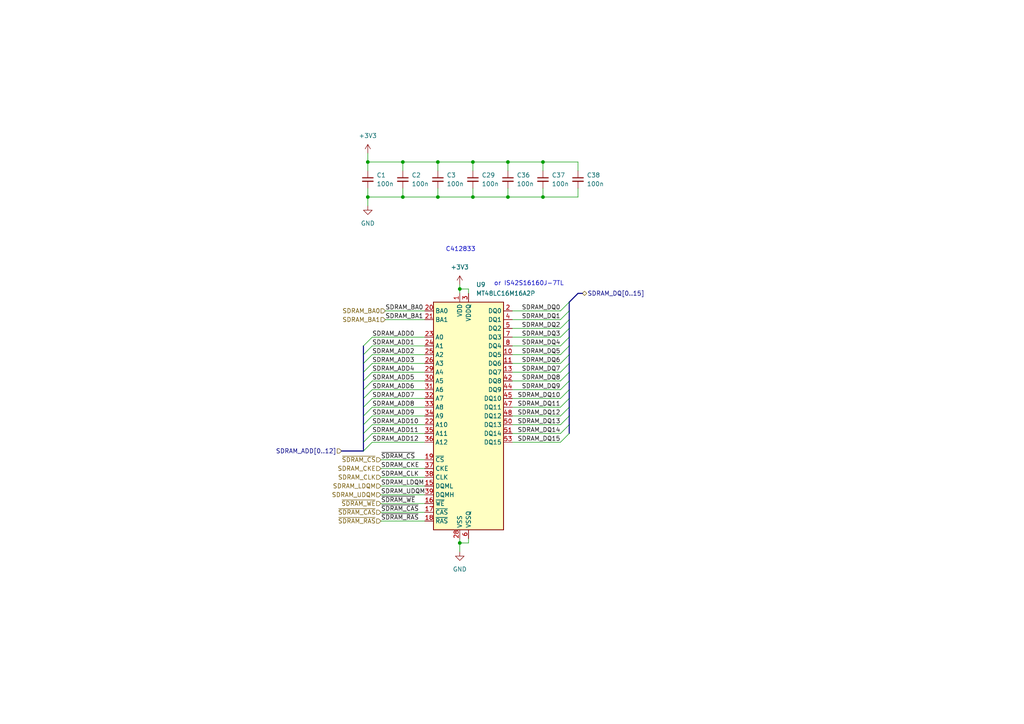
<source format=kicad_sch>
(kicad_sch (version 20231120) (generator "eeschema") (generator_version "8.0")
  (paper "A4")
  (lib_symbols
    (symbol "Device:C_Small" (pin_numbers hide) (pin_names (offset 0.254) hide)
      (property "Reference" "C" (at 0.254 1.778 0))
      (property "Value" "C_Small" (at 0.254 -2.032 0))
      (symbol "C_Small_0_1"
        (polyline (pts (xy -1.524 -0.508) (xy 1.524 -0.508)) (stroke (width 0.3302)))
        (polyline (pts (xy -1.524 0.508) (xy 1.524 0.508)) (stroke (width 0.3048)))
      )
      (symbol "C_Small_1_1"
        (pin passive line (at 0 2.54 270) (length 2.032) (name "~") (number "1"))
        (pin passive line (at 0 -2.54 90) (length 2.032) (name "~") (number "2"))
      )
    )
    (symbol "GND_1" (power) (pin_numbers hide) (pin_names (offset 0) hide)
      (property "Value" "GND" (at 0 -3.81 0))
      (symbol "GND_1_0_1"
        (polyline (pts (xy 0 0) (xy 0 -1.27) (xy 1.27 -1.27) (xy 0 -2.54) (xy -1.27 -1.27) (xy 0 -1.27)))
      )
      (symbol "GND_1_1_1"
        (pin power_in line (at 0 0 270) (length 0) (name "~") (number "1"))
      )
    )
    (symbol "Memory_RAM:MT48LC16M16A2P"
      (property "Reference" "U" (at -8.89 34.29 0))
      (property "Value" "MT48LC16M16A2P" (at 8.89 34.29 0))
      (symbol "MT48LC16M16A2P_0_1"
        (rectangle (start -10.16 33.02) (end 10.16 -33.02) (stroke (width 0.254)) (fill (type background)))
      )
      (symbol "MT48LC16M16A2P_1_1"
        (pin power_in line (at -2.54 35.56 270) (length 2.54) (name "VDD") (number "1"))
        (pin bidirectional line (at 12.7 17.78 180) (length 2.54) (name "DQ5") (number "10"))
        (pin bidirectional line (at 12.7 15.24 180) (length 2.54) (name "DQ6") (number "11"))
        (pin passive line (at 0 -35.56 90) (length 2.54) hide (name "VSSQ") (number "12"))
        (pin bidirectional line (at 12.7 12.7 180) (length 2.54) (name "DQ7") (number "13"))
        (pin passive line (at -2.54 35.56 270) (length 2.54) hide (name "VDD") (number "14"))
        (pin input line (at -12.7 -20.32 0) (length 2.54) (name "DQML") (number "15"))
        (pin input line (at -12.7 -25.4 0) (length 2.54) (name "~{WE}") (number "16"))
        (pin input line (at -12.7 -27.94 0) (length 2.54) (name "~{CAS}") (number "17"))
        (pin input line (at -12.7 -30.48 0) (length 2.54) (name "~{RAS}") (number "18"))
        (pin input line (at -12.7 -12.7 0) (length 2.54) (name "~{CS}") (number "19"))
        (pin bidirectional line (at 12.7 30.48 180) (length 2.54) (name "DQ0") (number "2"))
        (pin input line (at -12.7 30.48 0) (length 2.54) (name "BA0") (number "20"))
        (pin input line (at -12.7 27.94 0) (length 2.54) (name "BA1") (number "21"))
        (pin input line (at -12.7 -2.54 0) (length 2.54) (name "A10") (number "22"))
        (pin input line (at -12.7 22.86 0) (length 2.54) (name "A0") (number "23"))
        (pin input line (at -12.7 20.32 0) (length 2.54) (name "A1") (number "24"))
        (pin input line (at -12.7 17.78 0) (length 2.54) (name "A2") (number "25"))
        (pin input line (at -12.7 15.24 0) (length 2.54) (name "A3") (number "26"))
        (pin passive line (at -2.54 35.56 270) (length 2.54) hide (name "VDD") (number "27"))
        (pin power_in line (at -2.54 -35.56 90) (length 2.54) (name "VSS") (number "28"))
        (pin input line (at -12.7 12.7 0) (length 2.54) (name "A4") (number "29"))
        (pin power_in line (at 0 35.56 270) (length 2.54) (name "VDDQ") (number "3"))
        (pin input line (at -12.7 10.16 0) (length 2.54) (name "A5") (number "30"))
        (pin input line (at -12.7 7.62 0) (length 2.54) (name "A6") (number "31"))
        (pin input line (at -12.7 5.08 0) (length 2.54) (name "A7") (number "32"))
        (pin input line (at -12.7 2.54 0) (length 2.54) (name "A8") (number "33"))
        (pin input line (at -12.7 0 0) (length 2.54) (name "A9") (number "34"))
        (pin input line (at -12.7 -5.08 0) (length 2.54) (name "A11") (number "35"))
        (pin input line (at -12.7 -7.62 0) (length 2.54) (name "A12") (number "36"))
        (pin input line (at -12.7 -15.24 0) (length 2.54) (name "CKE") (number "37"))
        (pin input line (at -12.7 -17.78 0) (length 2.54) (name "CLK") (number "38"))
        (pin input line (at -12.7 -22.86 0) (length 2.54) (name "DQMH") (number "39"))
        (pin bidirectional line (at 12.7 27.94 180) (length 2.54) (name "DQ1") (number "4"))
        (pin no_connect line (at 10.16 -20.32 180) (length 2.54) hide (name "NC") (number "40"))
        (pin passive line (at -2.54 -35.56 90) (length 2.54) hide (name "VSS") (number "41"))
        (pin bidirectional line (at 12.7 10.16 180) (length 2.54) (name "DQ8") (number "42"))
        (pin passive line (at 0 35.56 270) (length 2.54) hide (name "VDDQ") (number "43"))
        (pin bidirectional line (at 12.7 7.62 180) (length 2.54) (name "DQ9") (number "44"))
        (pin bidirectional line (at 12.7 5.08 180) (length 2.54) (name "DQ10") (number "45"))
        (pin passive line (at 0 -35.56 90) (length 2.54) hide (name "VSSQ") (number "46"))
        (pin bidirectional line (at 12.7 2.54 180) (length 2.54) (name "DQ11") (number "47"))
        (pin bidirectional line (at 12.7 0 180) (length 2.54) (name "DQ12") (number "48"))
        (pin passive line (at 0 35.56 270) (length 2.54) hide (name "VDDQ") (number "49"))
        (pin bidirectional line (at 12.7 25.4 180) (length 2.54) (name "DQ2") (number "5"))
        (pin bidirectional line (at 12.7 -2.54 180) (length 2.54) (name "DQ13") (number "50"))
        (pin bidirectional line (at 12.7 -5.08 180) (length 2.54) (name "DQ14") (number "51"))
        (pin passive line (at 0 -35.56 90) (length 2.54) hide (name "VSSQ") (number "52"))
        (pin bidirectional line (at 12.7 -7.62 180) (length 2.54) (name "DQ15") (number "53"))
        (pin passive line (at -2.54 -35.56 90) (length 2.54) hide (name "VSS") (number "54"))
        (pin power_in line (at 0 -35.56 90) (length 2.54) (name "VSSQ") (number "6"))
        (pin bidirectional line (at 12.7 22.86 180) (length 2.54) (name "DQ3") (number "7"))
        (pin bidirectional line (at 12.7 20.32 180) (length 2.54) (name "DQ4") (number "8"))
        (pin passive line (at 0 35.56 270) (length 2.54) hide (name "VDDQ") (number "9"))
      )
    )
    (symbol "power:+3V3" (power) (pin_names (offset 0))
      (property "Value" "+3V3" (at 0 3.556 0))
      (symbol "+3V3_0_1"
        (polyline (pts (xy -0.762 1.27) (xy 0 2.54)))
        (polyline (pts (xy 0 0) (xy 0 2.54)))
        (polyline (pts (xy 0 2.54) (xy 0.762 1.27)))
      )
      (symbol "+3V3_1_1"
        (pin power_in line (at 0 0 90) (length 0) hide (name "+3V3") (number "1"))
      )
    )
    (symbol "power:GND" (power) (pin_names (offset 0))
      (property "Value" "GND" (at 0 -3.81 0))
      (symbol "GND_0_1"
        (polyline (pts (xy 0 0) (xy 0 -1.27) (xy 1.27 -1.27) (xy 0 -2.54) (xy -1.27 -1.27) (xy 0 -1.27)))
      )
      (symbol "GND_1_1"
        (pin power_in line (at 0 0 270) (length 0) hide (name "GND") (number "1"))
      )
    )
  )
  (junction (at 116.84 57.15))
  (junction (at 133.35 157.48))
  (junction (at 133.35 83.82))
  (junction (at 157.48 46.99))
  (junction (at 137.16 46.99))
  (junction (at 137.16 57.15))
  (junction (at 106.68 46.99))
  (junction (at 127 46.99))
  (junction (at 106.68 57.15))
  (junction (at 157.48 57.15))
  (junction (at 147.32 46.99))
  (junction (at 127 57.15))
  (junction (at 116.84 46.99))
  (junction (at 147.32 57.15))
  (bus_entry (at 162.56 90.17) (size 2.54 -2.54))
  (bus_entry (at 162.56 97.79) (size 2.54 -2.54))
  (bus_entry (at 162.56 120.65) (size 2.54 -2.54))
  (bus_entry (at 105.41 125.73) (size 2.54 -2.54))
  (bus_entry (at 105.41 118.11) (size 2.54 -2.54))
  (bus_entry (at 162.56 107.95) (size 2.54 -2.54))
  (bus_entry (at 162.56 105.41) (size 2.54 -2.54))
  (bus_entry (at 105.41 113.03) (size 2.54 -2.54))
  (bus_entry (at 105.41 115.57) (size 2.54 -2.54))
  (bus_entry (at 162.56 128.27) (size 2.54 -2.54))
  (bus_entry (at 105.41 100.33) (size 2.54 -2.54))
  (bus_entry (at 162.56 110.49) (size 2.54 -2.54))
  (bus_entry (at 162.56 113.03) (size 2.54 -2.54))
  (bus_entry (at 105.41 120.65) (size 2.54 -2.54))
  (bus_entry (at 162.56 125.73) (size 2.54 -2.54))
  (bus_entry (at 105.41 123.19) (size 2.54 -2.54))
  (bus_entry (at 105.41 128.27) (size 2.54 -2.54))
  (bus_entry (at 162.56 102.87) (size 2.54 -2.54))
  (bus_entry (at 162.56 123.19) (size 2.54 -2.54))
  (bus_entry (at 162.56 92.71) (size 2.54 -2.54))
  (bus_entry (at 105.41 110.49) (size 2.54 -2.54))
  (bus_entry (at 105.41 107.95) (size 2.54 -2.54))
  (bus_entry (at 162.56 100.33) (size 2.54 -2.54))
  (bus_entry (at 105.41 105.41) (size 2.54 -2.54))
  (bus_entry (at 162.56 95.25) (size 2.54 -2.54))
  (bus_entry (at 162.56 115.57) (size 2.54 -2.54))
  (bus_entry (at 105.41 102.87) (size 2.54 -2.54))
  (bus_entry (at 162.56 118.11) (size 2.54 -2.54))
  (bus_entry (at 105.41 130.81) (size 2.54 -2.54))
  (wire (pts (xy 148.59 95.25) (xy 162.56 95.25)))
  (bus (pts (xy 165.1 115.57) (xy 165.1 113.03)))
  (wire (pts (xy 148.59 113.03) (xy 162.56 113.03)))
  (bus (pts (xy 165.1 118.11) (xy 165.1 115.57)))
  (wire (pts (xy 107.95 123.19) (xy 123.19 123.19)))
  (wire (pts (xy 147.32 57.15) (xy 157.48 57.15)))
  (wire (pts (xy 148.59 125.73) (xy 162.56 125.73)))
  (wire (pts (xy 167.64 54.61) (xy 167.64 57.15)))
  (wire (pts (xy 110.49 135.89) (xy 123.19 135.89)))
  (wire (pts (xy 148.59 110.49) (xy 162.56 110.49)))
  (bus (pts (xy 105.41 107.95) (xy 105.41 105.41)))
  (wire (pts (xy 148.59 92.71) (xy 162.56 92.71)))
  (wire (pts (xy 107.95 100.33) (xy 123.19 100.33)))
  (bus (pts (xy 165.1 123.19) (xy 165.1 120.65)))
  (wire (pts (xy 107.95 97.79) (xy 123.19 97.79)))
  (wire (pts (xy 116.84 54.61) (xy 116.84 57.15)))
  (wire (pts (xy 111.76 90.17) (xy 123.19 90.17)))
  (wire (pts (xy 110.49 146.05) (xy 123.19 146.05)))
  (wire (pts (xy 110.49 148.59) (xy 123.19 148.59)))
  (bus (pts (xy 105.41 123.19) (xy 105.41 120.65)))
  (bus (pts (xy 105.41 113.03) (xy 105.41 110.49)))
  (wire (pts (xy 148.59 107.95) (xy 162.56 107.95)))
  (wire (pts (xy 148.59 90.17) (xy 162.56 90.17)))
  (wire (pts (xy 147.32 54.61) (xy 147.32 57.15)))
  (wire (pts (xy 107.95 102.87) (xy 123.19 102.87)))
  (wire (pts (xy 106.68 57.15) (xy 116.84 57.15)))
  (wire (pts (xy 111.76 92.71) (xy 123.19 92.71)))
  (wire (pts (xy 148.59 100.33) (xy 162.56 100.33)))
  (bus (pts (xy 165.1 97.79) (xy 165.1 95.25)))
  (bus (pts (xy 105.41 125.73) (xy 105.41 123.19)))
  (bus (pts (xy 165.1 100.33) (xy 165.1 97.79)))
  (wire (pts (xy 116.84 46.99) (xy 127 46.99)))
  (wire (pts (xy 106.68 54.61) (xy 106.68 57.15)))
  (wire (pts (xy 148.59 118.11) (xy 162.56 118.11)))
  (wire (pts (xy 148.59 120.65) (xy 162.56 120.65)))
  (bus (pts (xy 105.41 128.27) (xy 105.41 125.73)))
  (wire (pts (xy 137.16 46.99) (xy 137.16 49.53)))
  (bus (pts (xy 105.41 118.11) (xy 105.41 115.57)))
  (wire (pts (xy 106.68 46.99) (xy 106.68 49.53)))
  (wire (pts (xy 107.95 110.49) (xy 123.19 110.49)))
  (bus (pts (xy 105.41 105.41) (xy 105.41 102.87)))
  (wire (pts (xy 127 57.15) (xy 137.16 57.15)))
  (wire (pts (xy 107.95 113.03) (xy 123.19 113.03)))
  (wire (pts (xy 147.32 46.99) (xy 157.48 46.99)))
  (wire (pts (xy 133.35 157.48) (xy 133.35 156.21)))
  (wire (pts (xy 107.95 120.65) (xy 123.19 120.65)))
  (bus (pts (xy 165.1 92.71) (xy 165.1 90.17)))
  (wire (pts (xy 167.64 46.99) (xy 167.64 49.53)))
  (wire (pts (xy 148.59 105.41) (xy 162.56 105.41)))
  (wire (pts (xy 106.68 46.99) (xy 116.84 46.99)))
  (bus (pts (xy 165.1 102.87) (xy 165.1 100.33)))
  (bus (pts (xy 105.41 102.87) (xy 105.41 100.33)))
  (bus (pts (xy 165.1 87.63) (xy 167.64 85.09)))
  (wire (pts (xy 157.48 46.99) (xy 167.64 46.99)))
  (wire (pts (xy 135.89 157.48) (xy 133.35 157.48)))
  (wire (pts (xy 157.48 46.99) (xy 157.48 49.53)))
  (wire (pts (xy 110.49 133.35) (xy 123.19 133.35)))
  (wire (pts (xy 127 46.99) (xy 127 49.53)))
  (wire (pts (xy 135.89 85.09) (xy 135.89 83.82)))
  (bus (pts (xy 165.1 95.25) (xy 165.1 92.71)))
  (wire (pts (xy 110.49 151.13) (xy 123.19 151.13)))
  (bus (pts (xy 165.1 110.49) (xy 165.1 107.95)))
  (wire (pts (xy 127 54.61) (xy 127 57.15)))
  (wire (pts (xy 148.59 123.19) (xy 162.56 123.19)))
  (bus (pts (xy 167.64 85.09) (xy 168.91 85.09)))
  (wire (pts (xy 107.95 125.73) (xy 123.19 125.73)))
  (wire (pts (xy 110.49 140.97) (xy 123.19 140.97)))
  (wire (pts (xy 137.16 57.15) (xy 147.32 57.15)))
  (bus (pts (xy 105.41 128.27) (xy 105.41 130.81)))
  (wire (pts (xy 107.95 128.27) (xy 123.19 128.27)))
  (bus (pts (xy 165.1 120.65) (xy 165.1 118.11)))
  (wire (pts (xy 110.49 143.51) (xy 123.19 143.51)))
  (wire (pts (xy 148.59 102.87) (xy 162.56 102.87)))
  (wire (pts (xy 107.95 118.11) (xy 123.19 118.11)))
  (bus (pts (xy 165.1 113.03) (xy 165.1 110.49)))
  (bus (pts (xy 105.41 115.57) (xy 105.41 113.03)))
  (wire (pts (xy 116.84 57.15) (xy 127 57.15)))
  (wire (pts (xy 157.48 54.61) (xy 157.48 57.15)))
  (wire (pts (xy 148.59 115.57) (xy 162.56 115.57)))
  (wire (pts (xy 157.48 57.15) (xy 167.64 57.15)))
  (bus (pts (xy 165.1 107.95) (xy 165.1 105.41)))
  (wire (pts (xy 135.89 156.21) (xy 135.89 157.48)))
  (wire (pts (xy 137.16 54.61) (xy 137.16 57.15)))
  (bus (pts (xy 105.41 120.65) (xy 105.41 118.11)))
  (wire (pts (xy 148.59 128.27) (xy 162.56 128.27)))
  (wire (pts (xy 133.35 82.55) (xy 133.35 83.82)))
  (wire (pts (xy 127 46.99) (xy 137.16 46.99)))
  (wire (pts (xy 135.89 83.82) (xy 133.35 83.82)))
  (wire (pts (xy 147.32 46.99) (xy 147.32 49.53)))
  (wire (pts (xy 106.68 57.15) (xy 106.68 59.69)))
  (bus (pts (xy 105.41 110.49) (xy 105.41 107.95)))
  (wire (pts (xy 107.95 115.57) (xy 123.19 115.57)))
  (wire (pts (xy 107.95 107.95) (xy 123.19 107.95)))
  (wire (pts (xy 116.84 46.99) (xy 116.84 49.53)))
  (wire (pts (xy 110.49 138.43) (xy 123.19 138.43)))
  (wire (pts (xy 133.35 160.02) (xy 133.35 157.48)))
  (bus (pts (xy 165.1 125.73) (xy 165.1 123.19)))
  (wire (pts (xy 148.59 97.79) (xy 162.56 97.79)))
  (wire (pts (xy 106.68 44.45) (xy 106.68 46.99)))
  (bus (pts (xy 99.06 130.81) (xy 105.41 130.81)))
  (wire (pts (xy 137.16 46.99) (xy 147.32 46.99)))
  (bus (pts (xy 165.1 105.41) (xy 165.1 102.87)))
  (bus (pts (xy 165.1 90.17) (xy 165.1 87.63)))
  (wire (pts (xy 107.95 105.41) (xy 123.19 105.41)))
  (wire (pts (xy 133.35 83.82) (xy 133.35 85.09)))
  (text "or IS42S16160J-7TL" (at 153.416 82.296 0) (effects (font (size 1.27 1.27))))
  (text "C412833" (at 133.604 72.39 0) (effects (font (size 1.27 1.27))))
  (label "SDRAM_ADD4" (at 107.95 107.95 0))
  (label "~{SDRAM_CS}" (at 110.49 133.35 0))
  (label "~{SDRAM_CAS}" (at 110.49 148.59 0))
  (label "SDRAM_ADD7" (at 107.95 115.57 0))
  (label "SDRAM_ADD6" (at 107.95 113.03 0))
  (label "SDRAM_ADD5" (at 107.95 110.49 0))
  (label "SDRAM_UDQM" (at 110.49 143.51 0))
  (label "SDRAM_ADD1" (at 107.95 100.33 0))
  (label "SDRAM_DQ15" (at 162.56 128.27 180))
  (label "SDRAM_ADD11" (at 107.95 125.73 0))
  (label "SDRAM_BA1" (at 111.76 92.71 0))
  (label "SDRAM_DQ4" (at 162.56 100.33 180))
  (label "SDRAM_DQ8" (at 162.56 110.49 180))
  (label "SDRAM_DQ3" (at 162.56 97.79 180))
  (label "SDRAM_DQ14" (at 162.56 125.73 180))
  (label "SDRAM_DQ1" (at 162.56 92.71 180))
  (label "SDRAM_ADD2" (at 107.95 102.87 0))
  (label "SDRAM_ADD10" (at 107.95 123.19 0))
  (label "SDRAM_DQ11" (at 162.56 118.11 180))
  (label "SDRAM_CLK" (at 110.49 138.43 0))
  (label "SDRAM_DQ5" (at 162.56 102.87 180))
  (label "SDRAM_ADD0" (at 107.95 97.79 0))
  (label "SDRAM_DQ10" (at 162.56 115.57 180))
  (label "SDRAM_DQ6" (at 162.56 105.41 180))
  (label "SDRAM_DQ9" (at 162.56 113.03 180))
  (label "SDRAM_DQ7" (at 162.56 107.95 180))
  (label "SDRAM_ADD9" (at 107.95 120.65 0))
  (label "SDRAM_ADD8" (at 107.95 118.11 0))
  (label "SDRAM_ADD12" (at 107.95 128.27 0))
  (label "SDRAM_DQ0" (at 162.56 90.17 180))
  (label "SDRAM_DQ2" (at 162.56 95.25 180))
  (label "SDRAM_CKE" (at 110.49 135.89 0))
  (label "SDRAM_BA0" (at 111.76 90.17 0))
  (label "SDRAM_DQ12" (at 162.56 120.65 180))
  (label "SDRAM_LDQM" (at 110.49 140.97 0))
  (label "~{SDRAM_RAS}" (at 110.49 151.13 0))
  (label "SDRAM_ADD3" (at 107.95 105.41 0))
  (label "SDRAM_DQ13" (at 162.56 123.19 180))
  (label "~{SDRAM_WE}" (at 110.49 146.05 0))
  (hierarchical_label "SDRAM_DQ[0..15]" (shape bidirectional) (at 168.91 85.09 0))
  (hierarchical_label "SDRAM_BA0" (shape input) (at 111.76 90.17 180))
  (hierarchical_label "~{SDRAM_RAS}" (shape input) (at 110.49 151.13 180))
  (hierarchical_label "SDRAM_LDQM" (shape input) (at 110.49 140.97 180))
  (hierarchical_label "SDRAM_ADD[0..12]" (shape input) (at 99.06 130.81 180))
  (hierarchical_label "SDRAM_CLK" (shape input) (at 110.49 138.43 180))
  (hierarchical_label "~{SDRAM_CAS}" (shape input) (at 110.49 148.59 180))
  (hierarchical_label "SDRAM_UDQM" (shape input) (at 110.49 143.51 180))
  (hierarchical_label "SDRAM_BA1" (shape input) (at 111.76 92.71 180))
  (hierarchical_label "SDRAM_CKE" (shape input) (at 110.49 135.89 180))
  (hierarchical_label "~{SDRAM_CS}" (shape input) (at 110.49 133.35 180))
  (hierarchical_label "~{SDRAM_WE}" (shape input) (at 110.49 146.05 180))
  (symbol (lib_id "power:+3V3") (at 133.35 82.55 0) (unit 1)
    (property "Reference" "#PWR045" (effects (hide yes)))
    (property "Value" "+3V3" (at 133.35 77.47 0))
    (property "Description" "Power symbol creates a global label with name \"+3V3\"" (effects (hide yes)))
  )
  (symbol (lib_id "Device:C_Small") (at 157.48 52.07 0) (unit 1)
    (property "Reference" "C37" (at 160.02 50.8063 0) (effects (justify left)))
    (property "Value" "100n" (at 160.02 53.3463 0) (effects (justify left)))
    (property "Footprint" "Capacitor_SMD:C_0402_1005Metric" (effects (hide yes)))
    (property "JLCPCB Part #" "C307331" (effects (hide yes)))
  )
  (symbol (lib_id "Memory_RAM:MT48LC16M16A2P") (at 135.89 120.65 0) (unit 1)
    (property "Reference" "U9" (at 138.0841 82.55 0) (effects (justify left)))
    (property "Value" "MT48LC16M16A2P" (at 138.0841 85.09 0) (effects (justify left)))
    (property "Footprint" "Package_SO:TSOP-II-54_22.2x10.16mm_P0.8mm" (effects (hide yes)))
    (property "Datasheet" "https://www.micron.com/-/media/client/global/documents/products/data-sheet/dram/256mb_sdr.pdf" (effects (hide yes)))
    (property "Description" "256M – (16M x 16 bit) Synchronous DRAM (SDRAM), TSOP-II-54" (effects (hide yes)))
    (property "JLCPCB Part #" "C412833" (effects (hide yes)))
  )
  (symbol (lib_id "power:GND") (at 106.68 59.69 0) (unit 1)
    (property "Reference" "#PWR02" (effects (hide yes)))
    (property "Value" "GND" (at 106.68 64.77 0))
  )
  (symbol (lib_id "Device:C_Small") (at 147.32 52.07 0) (unit 1)
    (property "Reference" "C36" (at 149.86 50.8063 0) (effects (justify left)))
    (property "Value" "100n" (at 149.86 53.3463 0) (effects (justify left)))
    (property "Footprint" "Capacitor_SMD:C_0402_1005Metric" (effects (hide yes)))
    (property "JLCPCB Part #" "C307331" (effects (hide yes)))
  )
  (symbol (lib_id "Device:C_Small") (at 116.84 52.07 0) (unit 1)
    (property "Reference" "C2" (at 119.38 50.8063 0) (effects (justify left)))
    (property "Value" "100n" (at 119.38 53.3463 0) (effects (justify left)))
    (property "Footprint" "Capacitor_SMD:C_0402_1005Metric" (effects (hide yes)))
    (property "JLCPCB Part #" "C307331" (effects (hide yes)))
  )
  (symbol (lib_id "power:+3V3") (at 106.68 44.45 0) (unit 1)
    (property "Reference" "#PWR01" (effects (hide yes)))
    (property "Value" "+3V3" (at 106.68 39.37 0))
    (property "Description" "Power symbol creates a global label with name \"+3V3\"" (effects (hide yes)))
  )
  (symbol (lib_id "Device:C_Small") (at 106.68 52.07 0) (unit 1)
    (property "Reference" "C1" (at 109.22 50.8063 0) (effects (justify left)))
    (property "Value" "100n" (at 109.22 53.3463 0) (effects (justify left)))
    (property "Footprint" "Capacitor_SMD:C_0402_1005Metric" (effects (hide yes)))
    (property "JLCPCB Part #" "C307331" (effects (hide yes)))
  )
  (symbol (lib_id "Device:C_Small") (at 137.16 52.07 0) (unit 1)
    (property "Reference" "C29" (at 139.7 50.8063 0) (effects (justify left)))
    (property "Value" "100n" (at 139.7 53.3463 0) (effects (justify left)))
    (property "Footprint" "Capacitor_SMD:C_0402_1005Metric" (effects (hide yes)))
    (property "JLCPCB Part #" "C307331" (effects (hide yes)))
  )
  (symbol (lib_id "Device:C_Small") (at 127 52.07 0) (unit 1)
    (property "Reference" "C3" (at 129.54 50.8063 0) (effects (justify left)))
    (property "Value" "100n" (at 129.54 53.3463 0) (effects (justify left)))
    (property "Footprint" "Capacitor_SMD:C_0402_1005Metric" (effects (hide yes)))
    (property "JLCPCB Part #" "C307331" (effects (hide yes)))
  )
  (symbol (lib_id "Device:C_Small") (at 167.64 52.07 0) (unit 1)
    (property "Reference" "C38" (at 170.18 50.8063 0) (effects (justify left)))
    (property "Value" "100n" (at 170.18 53.3463 0) (effects (justify left)))
    (property "Footprint" "Capacitor_SMD:C_0402_1005Metric" (effects (hide yes)))
    (property "JLCPCB Part #" "C307331" (effects (hide yes)))
  )
  (symbol (lib_name "GND_1") (lib_id "power:GND") (at 133.35 160.02 0) (unit 1)
    (property "Reference" "#PWR049" (effects (hide yes)))
    (property "Value" "GND" (at 133.35 165.1 0))
    (property "Description" "Power symbol creates a global label with name \"GND\" , ground" (effects (hide yes)))
  )
)
</source>
